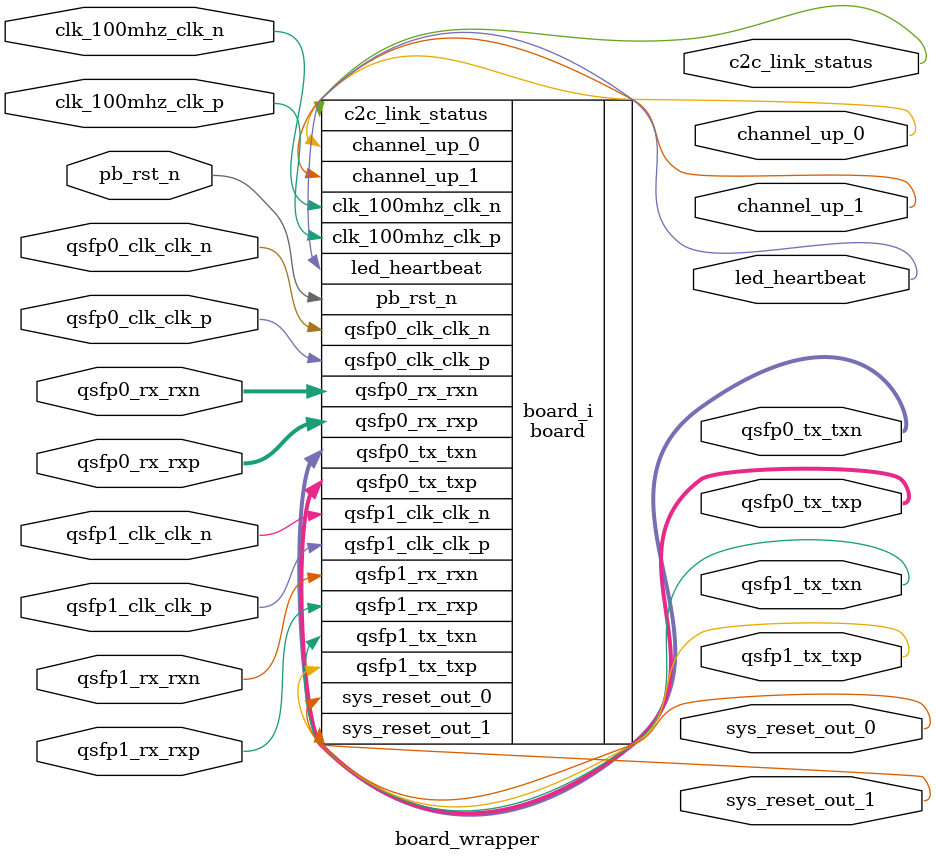
<source format=v>
`timescale 1 ps / 1 ps

module board_wrapper
   (c2c_link_status,
    channel_up_0,
    channel_up_1,
    clk_100mhz_clk_n,
    clk_100mhz_clk_p,
    led_heartbeat,
    pb_rst_n,
    qsfp0_clk_clk_n,
    qsfp0_clk_clk_p,
    qsfp0_rx_rxn,
    qsfp0_rx_rxp,
    qsfp0_tx_txn,
    qsfp0_tx_txp,
    qsfp1_clk_clk_n,
    qsfp1_clk_clk_p,
    qsfp1_rx_rxn,
    qsfp1_rx_rxp,
    qsfp1_tx_txn,
    qsfp1_tx_txp,
    sys_reset_out_0,
    sys_reset_out_1);
  output c2c_link_status;
  output channel_up_0;
  output channel_up_1;
  input [0:0]clk_100mhz_clk_n;
  input [0:0]clk_100mhz_clk_p;
  output led_heartbeat;
  input pb_rst_n;
  input qsfp0_clk_clk_n;
  input qsfp0_clk_clk_p;
  input [0:3]qsfp0_rx_rxn;
  input [0:3]qsfp0_rx_rxp;
  output [0:3]qsfp0_tx_txn;
  output [0:3]qsfp0_tx_txp;
  input qsfp1_clk_clk_n;
  input qsfp1_clk_clk_p;
  input [0:0]qsfp1_rx_rxn;
  input [0:0]qsfp1_rx_rxp;
  output [0:0]qsfp1_tx_txn;
  output [0:0]qsfp1_tx_txp;
  output sys_reset_out_0;
  output sys_reset_out_1;

  wire c2c_link_status;
  wire channel_up_0;
  wire channel_up_1;
  wire [0:0]clk_100mhz_clk_n;
  wire [0:0]clk_100mhz_clk_p;
  wire led_heartbeat;
  wire pb_rst_n;
  wire qsfp0_clk_clk_n;
  wire qsfp0_clk_clk_p;
  wire [0:3]qsfp0_rx_rxn;
  wire [0:3]qsfp0_rx_rxp;
  wire [0:3]qsfp0_tx_txn;
  wire [0:3]qsfp0_tx_txp;
  wire qsfp1_clk_clk_n;
  wire qsfp1_clk_clk_p;
  wire [0:0]qsfp1_rx_rxn;
  wire [0:0]qsfp1_rx_rxp;
  wire [0:0]qsfp1_tx_txn;
  wire [0:0]qsfp1_tx_txp;
  wire sys_reset_out_0;
  wire sys_reset_out_1;

  board board_i
       (.c2c_link_status(c2c_link_status),
        .channel_up_0(channel_up_0),
        .channel_up_1(channel_up_1),
        .clk_100mhz_clk_n(clk_100mhz_clk_n),
        .clk_100mhz_clk_p(clk_100mhz_clk_p),
        .led_heartbeat(led_heartbeat),
        .pb_rst_n(pb_rst_n),
        .qsfp0_clk_clk_n(qsfp0_clk_clk_n),
        .qsfp0_clk_clk_p(qsfp0_clk_clk_p),
        .qsfp0_rx_rxn(qsfp0_rx_rxn),
        .qsfp0_rx_rxp(qsfp0_rx_rxp),
        .qsfp0_tx_txn(qsfp0_tx_txn),
        .qsfp0_tx_txp(qsfp0_tx_txp),
        .qsfp1_clk_clk_n(qsfp1_clk_clk_n),
        .qsfp1_clk_clk_p(qsfp1_clk_clk_p),
        .qsfp1_rx_rxn(qsfp1_rx_rxn),
        .qsfp1_rx_rxp(qsfp1_rx_rxp),
        .qsfp1_tx_txn(qsfp1_tx_txn),
        .qsfp1_tx_txp(qsfp1_tx_txp),
        .sys_reset_out_0(sys_reset_out_0),
        .sys_reset_out_1(sys_reset_out_1));
endmodule

</source>
